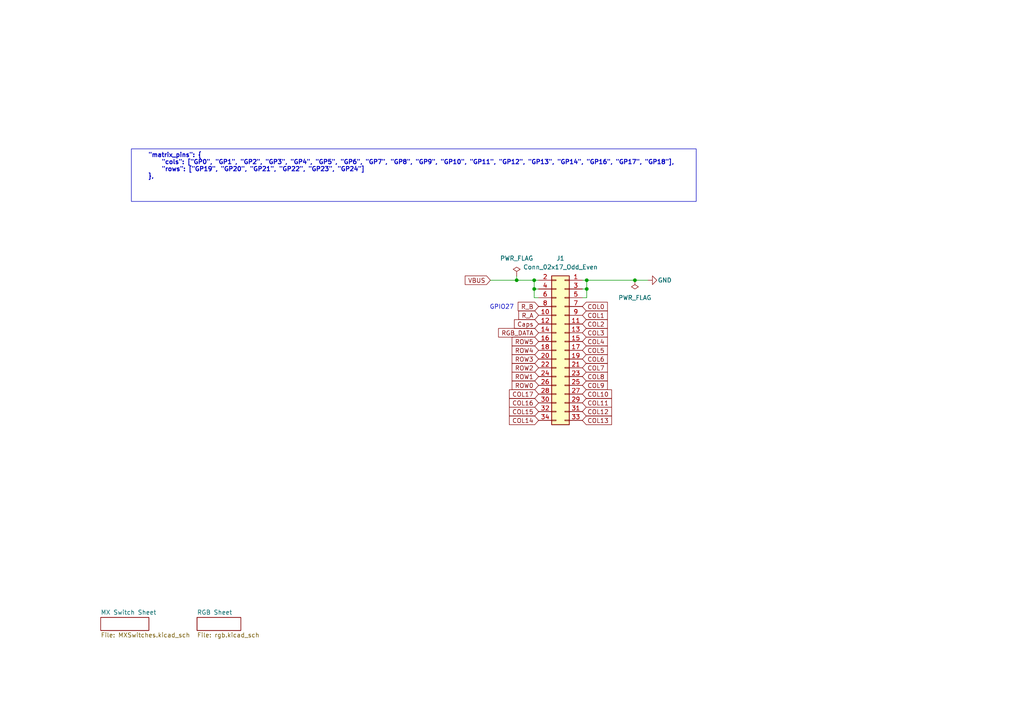
<source format=kicad_sch>
(kicad_sch (version 20231120) (generator "eeschema") (generator_version "8.0")
  (paper "A4")
  (title_block (title "Echo Basic Keyboard RP2040") (date "2025-02-14") (rev "1.1") (company "Michael O'Toole") (comment 1 "34 Pin Connector"))
  (lib_symbols
    (symbol "Connector_Generic:Conn_02x17_Odd_Even" (pin_names (offset 1.016) hide)
      (property "Reference" "J" (at 1.27 22.86 0))
      (property "Value" "Conn_02x17_Odd_Even" (at 1.27 -22.86 0))
      (symbol "Conn_02x17_Odd_Even_1_1"
        (rectangle (start -1.27 -20.193) (end 0 -20.447) (stroke (width 0.1524)))
        (rectangle (start -1.27 -17.653) (end 0 -17.907) (stroke (width 0.1524)))
        (rectangle (start -1.27 -15.113) (end 0 -15.367) (stroke (width 0.1524)))
        (rectangle (start -1.27 -12.573) (end 0 -12.827) (stroke (width 0.1524)))
        (rectangle (start -1.27 -10.033) (end 0 -10.287) (stroke (width 0.1524)))
        (rectangle (start -1.27 -7.493) (end 0 -7.747) (stroke (width 0.1524)))
        (rectangle (start -1.27 -4.953) (end 0 -5.207) (stroke (width 0.1524)))
        (rectangle (start -1.27 -2.413) (end 0 -2.667) (stroke (width 0.1524)))
        (rectangle (start -1.27 0.127) (end 0 -0.127) (stroke (width 0.1524)))
        (rectangle (start -1.27 2.667) (end 0 2.413) (stroke (width 0.1524)))
        (rectangle (start -1.27 5.207) (end 0 4.953) (stroke (width 0.1524)))
        (rectangle (start -1.27 7.747) (end 0 7.493) (stroke (width 0.1524)))
        (rectangle (start -1.27 10.287) (end 0 10.033) (stroke (width 0.1524)))
        (rectangle (start -1.27 12.827) (end 0 12.573) (stroke (width 0.1524)))
        (rectangle (start -1.27 15.367) (end 0 15.113) (stroke (width 0.1524)))
        (rectangle (start -1.27 17.907) (end 0 17.653) (stroke (width 0.1524)))
        (rectangle (start -1.27 20.447) (end 0 20.193) (stroke (width 0.1524)))
        (rectangle (start -1.27 21.59) (end 3.81 -21.59) (stroke (width 0.254)) (fill (type background)))
        (rectangle (start 3.81 -20.193) (end 2.54 -20.447) (stroke (width 0.1524)))
        (rectangle (start 3.81 -17.653) (end 2.54 -17.907) (stroke (width 0.1524)))
        (rectangle (start 3.81 -15.113) (end 2.54 -15.367) (stroke (width 0.1524)))
        (rectangle (start 3.81 -12.573) (end 2.54 -12.827) (stroke (width 0.1524)))
        (rectangle (start 3.81 -10.033) (end 2.54 -10.287) (stroke (width 0.1524)))
        (rectangle (start 3.81 -7.493) (end 2.54 -7.747) (stroke (width 0.1524)))
        (rectangle (start 3.81 -4.953) (end 2.54 -5.207) (stroke (width 0.1524)))
        (rectangle (start 3.81 -2.413) (end 2.54 -2.667) (stroke (width 0.1524)))
        (rectangle (start 3.81 0.127) (end 2.54 -0.127) (stroke (width 0.1524)))
        (rectangle (start 3.81 2.667) (end 2.54 2.413) (stroke (width 0.1524)))
        (rectangle (start 3.81 5.207) (end 2.54 4.953) (stroke (width 0.1524)))
        (rectangle (start 3.81 7.747) (end 2.54 7.493) (stroke (width 0.1524)))
        (rectangle (start 3.81 10.287) (end 2.54 10.033) (stroke (width 0.1524)))
        (rectangle (start 3.81 12.827) (end 2.54 12.573) (stroke (width 0.1524)))
        (rectangle (start 3.81 15.367) (end 2.54 15.113) (stroke (width 0.1524)))
        (rectangle (start 3.81 17.907) (end 2.54 17.653) (stroke (width 0.1524)))
        (rectangle (start 3.81 20.447) (end 2.54 20.193) (stroke (width 0.1524)))
        (pin passive line (at -5.08 20.32 0) (length 3.81) (name "Pin_1") (number "1"))
        (pin passive line (at 7.62 10.16 180) (length 3.81) (name "Pin_10") (number "10"))
        (pin passive line (at -5.08 7.62 0) (length 3.81) (name "Pin_11") (number "11"))
        (pin passive line (at 7.62 7.62 180) (length 3.81) (name "Pin_12") (number "12"))
        (pin passive line (at -5.08 5.08 0) (length 3.81) (name "Pin_13") (number "13"))
        (pin passive line (at 7.62 5.08 180) (length 3.81) (name "Pin_14") (number "14"))
        (pin passive line (at -5.08 2.54 0) (length 3.81) (name "Pin_15") (number "15"))
        (pin passive line (at 7.62 2.54 180) (length 3.81) (name "Pin_16") (number "16"))
        (pin passive line (at -5.08 0 0) (length 3.81) (name "Pin_17") (number "17"))
        (pin passive line (at 7.62 0 180) (length 3.81) (name "Pin_18") (number "18"))
        (pin passive line (at -5.08 -2.54 0) (length 3.81) (name "Pin_19") (number "19"))
        (pin passive line (at 7.62 20.32 180) (length 3.81) (name "Pin_2") (number "2"))
        (pin passive line (at 7.62 -2.54 180) (length 3.81) (name "Pin_20") (number "20"))
        (pin passive line (at -5.08 -5.08 0) (length 3.81) (name "Pin_21") (number "21"))
        (pin passive line (at 7.62 -5.08 180) (length 3.81) (name "Pin_22") (number "22"))
        (pin passive line (at -5.08 -7.62 0) (length 3.81) (name "Pin_23") (number "23"))
        (pin passive line (at 7.62 -7.62 180) (length 3.81) (name "Pin_24") (number "24"))
        (pin passive line (at -5.08 -10.16 0) (length 3.81) (name "Pin_25") (number "25"))
        (pin passive line (at 7.62 -10.16 180) (length 3.81) (name "Pin_26") (number "26"))
        (pin passive line (at -5.08 -12.7 0) (length 3.81) (name "Pin_27") (number "27"))
        (pin passive line (at 7.62 -12.7 180) (length 3.81) (name "Pin_28") (number "28"))
        (pin passive line (at -5.08 -15.24 0) (length 3.81) (name "Pin_29") (number "29"))
        (pin passive line (at -5.08 17.78 0) (length 3.81) (name "Pin_3") (number "3"))
        (pin passive line (at 7.62 -15.24 180) (length 3.81) (name "Pin_30") (number "30"))
        (pin passive line (at -5.08 -17.78 0) (length 3.81) (name "Pin_31") (number "31"))
        (pin passive line (at 7.62 -17.78 180) (length 3.81) (name "Pin_32") (number "32"))
        (pin passive line (at -5.08 -20.32 0) (length 3.81) (name "Pin_33") (number "33"))
        (pin passive line (at 7.62 -20.32 180) (length 3.81) (name "Pin_34") (number "34"))
        (pin passive line (at 7.62 17.78 180) (length 3.81) (name "Pin_4") (number "4"))
        (pin passive line (at -5.08 15.24 0) (length 3.81) (name "Pin_5") (number "5"))
        (pin passive line (at 7.62 15.24 180) (length 3.81) (name "Pin_6") (number "6"))
        (pin passive line (at -5.08 12.7 0) (length 3.81) (name "Pin_7") (number "7"))
        (pin passive line (at 7.62 12.7 180) (length 3.81) (name "Pin_8") (number "8"))
        (pin passive line (at -5.08 10.16 0) (length 3.81) (name "Pin_9") (number "9"))
      )
    )
    (symbol "power:GND" (power) (pin_numbers hide) (pin_names (offset 0) hide)
      (property "Value" "GND" (at 0 -3.81 0))
      (symbol "GND_0_1"
        (polyline (pts (xy 0 0) (xy 0 -1.27) (xy 1.27 -1.27) (xy 0 -2.54) (xy -1.27 -1.27) (xy 0 -1.27)))
      )
      (symbol "GND_1_1"
        (pin power_in line (at 0 0 270) (length 0) (name "~") (number "1"))
      )
    )
    (symbol "power:PWR_FLAG" (power) (pin_numbers hide) (pin_names (offset 0) hide)
      (property "Value" "PWR_FLAG" (at 0 3.81 0))
      (symbol "PWR_FLAG_0_0"
        (pin power_out line (at 0 0 90) (length 0) (name "~") (number "1"))
      )
      (symbol "PWR_FLAG_0_1"
        (polyline (pts (xy 0 0) (xy 0 1.27) (xy -1.016 1.905) (xy 0 2.54) (xy 1.016 1.905) (xy 0 1.27)))
      )
    )
  )
  (junction (at 154.94 83.82))
  (junction (at 184.15 81.28))
  (junction (at 154.94 81.28))
  (junction (at 170.18 83.82))
  (junction (at 149.86 81.28))
  (junction (at 170.18 81.28))
  (wire (pts (xy 170.18 81.28) (xy 170.18 83.82)))
  (wire (pts (xy 156.21 86.36) (xy 154.94 86.36)))
  (wire (pts (xy 142.24 81.28) (xy 149.86 81.28)))
  (wire (pts (xy 184.15 81.28) (xy 170.18 81.28)))
  (wire (pts (xy 154.94 83.82) (xy 154.94 81.28)))
  (wire (pts (xy 154.94 86.36) (xy 154.94 83.82)))
  (wire (pts (xy 154.94 81.28) (xy 156.21 81.28)))
  (wire (pts (xy 187.96 81.28) (xy 184.15 81.28)))
  (wire (pts (xy 170.18 81.28) (xy 168.91 81.28)))
  (wire (pts (xy 156.21 83.82) (xy 154.94 83.82)))
  (wire (pts (xy 168.91 86.36) (xy 170.18 86.36)))
  (wire (pts (xy 170.18 86.36) (xy 170.18 83.82)))
  (wire (pts (xy 168.91 83.82) (xy 170.18 83.82)))
  (wire (pts (xy 149.86 81.28) (xy 154.94 81.28)))
  (wire (pts (xy 149.86 80.01) (xy 149.86 81.28)))
  (text_box "    \"matrix_pins\": {\n        \"cols\": [\"GP0\", \"GP1\", \"GP2\", \"GP3\", \"GP4\", \"GP5\", \"GP6\", \"GP7\", \"GP8\", \"GP9\", \"GP10\", \"GP11\", \"GP12\", \"GP13\", \"GP14\", \"GP16\", \"GP17\", \"GP18\"],\n        \"rows\": [\"GP19\", \"GP20\", \"GP21\", \"GP22\", \"GP23\", \"GP24\"]\n    }," (at 38.1 43.18 0) (size 163.83 15.24) (effects (font (size 1.27 1.27) (thickness 0.254) (bold yes)) (justify left top)))
  (text "GPIO27" (at 145.542 89.154 0) (effects (font (size 1.27 1.27))))
  (global_label "COL4" (shape input) (at 168.91 99.06 0) (property "Intersheetrefs" "${INTERSHEET_REFS}" (effects (hide yes))))
  (global_label "COL11" (shape input) (at 168.91 116.84 0) (property "Intersheetrefs" "${INTERSHEET_REFS}" (effects (hide yes))))
  (global_label "ROW3" (shape input) (at 156.21 104.14 180) (property "Intersheetrefs" "${INTERSHEET_REFS}" (effects (hide yes))))
  (global_label "ROW5" (shape input) (at 156.21 99.06 180) (property "Intersheetrefs" "${INTERSHEET_REFS}" (effects (hide yes))))
  (global_label "COL3" (shape input) (at 168.91 96.52 0) (property "Intersheetrefs" "${INTERSHEET_REFS}" (effects (hide yes))))
  (global_label "COL16" (shape input) (at 156.21 116.84 180) (property "Intersheetrefs" "${INTERSHEET_REFS}" (effects (hide yes))))
  (global_label "COL12" (shape input) (at 168.91 119.38 0) (property "Intersheetrefs" "${INTERSHEET_REFS}" (effects (hide yes))))
  (global_label "ROW4" (shape input) (at 156.21 101.6 180) (property "Intersheetrefs" "${INTERSHEET_REFS}" (effects (hide yes))))
  (global_label "RGB_DATA" (shape input) (at 156.21 96.52 180) (property "Intersheetrefs" "${INTERSHEET_REFS}" (effects (hide yes))))
  (global_label "COL9" (shape input) (at 168.91 111.76 0) (property "Intersheetrefs" "${INTERSHEET_REFS}" (effects (hide yes))))
  (global_label "ROW0" (shape input) (at 156.21 111.76 180) (property "Intersheetrefs" "${INTERSHEET_REFS}" (effects (hide yes))))
  (global_label "ROW1" (shape input) (at 156.21 109.22 180) (property "Intersheetrefs" "${INTERSHEET_REFS}" (effects (hide yes))))
  (global_label "VBUS" (shape input) (at 142.24 81.28 180) (property "Intersheetrefs" "${INTERSHEET_REFS}" (effects (hide yes))))
  (global_label "COL0" (shape input) (at 168.91 88.9 0) (property "Intersheetrefs" "${INTERSHEET_REFS}" (effects (hide yes))))
  (global_label "COL1" (shape input) (at 168.91 91.44 0) (property "Intersheetrefs" "${INTERSHEET_REFS}" (effects (hide yes))))
  (global_label "COL14" (shape input) (at 156.21 121.92 180) (property "Intersheetrefs" "${INTERSHEET_REFS}" (effects (hide yes))))
  (global_label "R_B" (shape input) (at 156.21 88.9 180) (property "Intersheetrefs" "${INTERSHEET_REFS}" (effects (hide yes))))
  (global_label "R_A" (shape input) (at 156.21 91.44 180) (property "Intersheetrefs" "${INTERSHEET_REFS}" (effects (hide yes))))
  (global_label "COL2" (shape input) (at 168.91 93.98 0) (property "Intersheetrefs" "${INTERSHEET_REFS}" (effects (hide yes))))
  (global_label "COL17" (shape input) (at 156.21 114.3 180) (property "Intersheetrefs" "${INTERSHEET_REFS}" (effects (hide yes))))
  (global_label "COL6" (shape input) (at 168.91 104.14 0) (property "Intersheetrefs" "${INTERSHEET_REFS}" (effects (hide yes))))
  (global_label "COL7" (shape input) (at 168.91 106.68 0) (property "Intersheetrefs" "${INTERSHEET_REFS}" (effects (hide yes))))
  (global_label "COL13" (shape input) (at 168.91 121.92 0) (property "Intersheetrefs" "${INTERSHEET_REFS}" (effects (hide yes))))
  (global_label "COL10" (shape input) (at 168.91 114.3 0) (property "Intersheetrefs" "${INTERSHEET_REFS}" (effects (hide yes))))
  (global_label "COL5" (shape input) (at 168.91 101.6 0) (property "Intersheetrefs" "${INTERSHEET_REFS}" (effects (hide yes))))
  (global_label "COL8" (shape input) (at 168.91 109.22 0) (property "Intersheetrefs" "${INTERSHEET_REFS}" (effects (hide yes))))
  (global_label "ROW2" (shape input) (at 156.21 106.68 180) (property "Intersheetrefs" "${INTERSHEET_REFS}" (effects (hide yes))))
  (global_label "Caps" (shape input) (at 156.21 93.98 180) (property "Intersheetrefs" "${INTERSHEET_REFS}" (effects (hide yes))))
  (global_label "COL15" (shape input) (at 156.21 119.38 180) (property "Intersheetrefs" "${INTERSHEET_REFS}" (effects (hide yes))))
  (symbol (lib_id "power:PWR_FLAG") (at 149.86 80.01 0) (unit 1)
    (property "Reference" "#FLG01" (effects (hide yes)))
    (property "Value" "PWR_FLAG" (at 149.86 74.93 0))
    (property "Description" "Special symbol for telling ERC where power comes from" (effects (hide yes)))
  )
  (symbol (lib_id "power:PWR_FLAG") (at 184.15 81.28 180) (unit 1)
    (property "Reference" "#FLG02" (effects (hide yes)))
    (property "Value" "PWR_FLAG" (at 184.15 86.36 0))
    (property "Description" "Special symbol for telling ERC where power comes from" (effects (hide yes)))
  )
  (symbol (lib_id "Connector_Generic:Conn_02x17_Odd_Even") (at 163.83 101.6 0) (mirror y) (unit 1)
    (property "Reference" "J1" (at 162.56 74.93 0))
    (property "Value" "Conn_02x17_Odd_Even" (at 162.56 77.47 0))
    (property "Footprint" "MyConnectors:IDC_2X17_1.27MM" (effects (hide yes)))
    (property "Description" "Generic connector, double row, 02x17, odd/even pin numbering scheme (row 1 odd numbers, row 2 even numbers), script generated (kicad-library-utils/schlib/autogen/connector/)" (effects (hide yes)))
    (property "LCSC" "C5147222" (effects (hide yes)))
  )
  (symbol (lib_id "power:GND") (at 187.96 81.28 90) (mirror x) (unit 1)
    (property "Reference" "#PWR02" (effects (hide yes)))
    (property "Value" "GND" (at 190.754 81.28 90) (effects (justify right)))
    (property "Description" "Power symbol creates a global label with name \"GND\" , ground" (effects (hide yes)))
  )
  (sheet (at 29.21 179.07) (size 13.97 3.81) (stroke (width 0.1524))
    (property "Sheetname" "MX Switch Sheet" (at 29.21 178.3584 0) (effects (justify left bottom)))
    (property "Sheetfile" "MXSwitches.kicad_sch" (at 29.21 183.4646 0) (effects (justify left top)))
  )
  (sheet (at 57.15 179.07) (size 12.7 3.81) (stroke (width 0.1524))
    (property "Sheetname" "RGB Sheet" (at 57.15 178.3584 0) (effects (justify left bottom)))
    (property "Sheetfile" "rgb.kicad_sch" (at 57.15 183.4646 0) (effects (justify left top)))
  )
)
</source>
